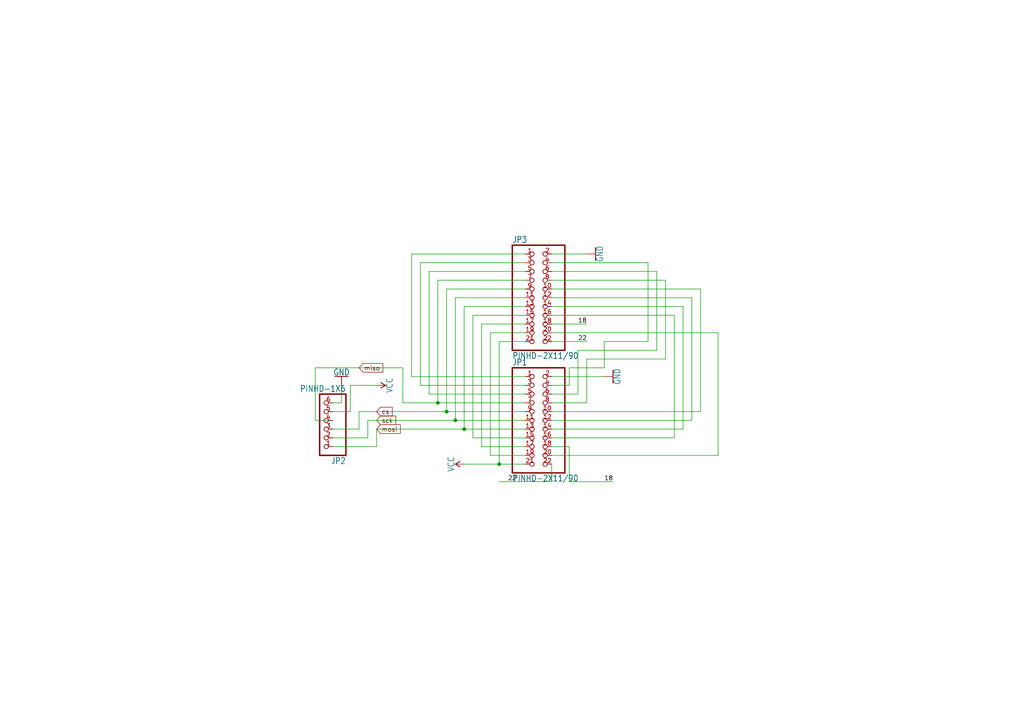
<source format=kicad_sch>
(kicad_sch (version 20231120) (generator "eeschema") (generator_version "8.0")
  (paper "A4")
  (lib_symbols
    (symbol "memory card-eagle-import:GND" (power)
      (symbol "GND_1_0"
        (polyline (pts (xy -1.905 0) (xy 1.905 0)) (stroke (width 0.254)))
        (pin power_in line (at 0 2.54 270) (length 2.54) (name "GND") (number "1"))
      )
    )
    (symbol "memory card-eagle-import:PINHD-1X6"
      (property "Reference" "JP" (at -6.35 10.795 0))
      (symbol "PINHD-1X6_1_0"
        (polyline (pts (xy -6.35 -7.62) (xy 1.27 -7.62)) (stroke (width 0.4064)))
        (polyline (pts (xy -6.35 10.16) (xy -6.35 -7.62)) (stroke (width 0.4064)))
        (polyline (pts (xy 1.27 -7.62) (xy 1.27 10.16)) (stroke (width 0.4064)))
        (polyline (pts (xy 1.27 10.16) (xy -6.35 10.16)) (stroke (width 0.4064)))
        (pin passive inverted (at -2.54 7.62 0) (length 2.54) (name "1") (number "1"))
        (pin passive inverted (at -2.54 5.08 0) (length 2.54) (name "2") (number "2"))
        (pin passive inverted (at -2.54 2.54 0) (length 2.54) (name "3") (number "3"))
        (pin passive inverted (at -2.54 0 0) (length 2.54) (name "4") (number "4"))
        (pin passive inverted (at -2.54 -2.54 0) (length 2.54) (name "5") (number "5"))
        (pin passive inverted (at -2.54 -5.08 0) (length 2.54) (name "6") (number "6"))
      )
    )
    (symbol "memory card-eagle-import:PINHD-2X11/90"
      (property "Reference" "JP" (at -6.35 15.875 0))
      (symbol "PINHD-2X11/90_1_0"
        (polyline (pts (xy -6.35 -15.24) (xy 8.89 -15.24)) (stroke (width 0.4064)))
        (polyline (pts (xy -6.35 15.24) (xy -6.35 -15.24)) (stroke (width 0.4064)))
        (polyline (pts (xy 8.89 -15.24) (xy 8.89 15.24)) (stroke (width 0.4064)))
        (polyline (pts (xy 8.89 15.24) (xy -6.35 15.24)) (stroke (width 0.4064)))
        (pin passive inverted (at -2.54 12.7 0) (length 2.54) (name "1") (number "1"))
        (pin passive inverted (at 5.08 2.54 180) (length 2.54) (name "10") (number "10"))
        (pin passive inverted (at -2.54 0 0) (length 2.54) (name "11") (number "11"))
        (pin passive inverted (at 5.08 0 180) (length 2.54) (name "12") (number "12"))
        (pin passive inverted (at -2.54 -2.54 0) (length 2.54) (name "13") (number "13"))
        (pin passive inverted (at 5.08 -2.54 180) (length 2.54) (name "14") (number "14"))
        (pin passive inverted (at -2.54 -5.08 0) (length 2.54) (name "15") (number "15"))
        (pin passive inverted (at 5.08 -5.08 180) (length 2.54) (name "16") (number "16"))
        (pin passive inverted (at -2.54 -7.62 0) (length 2.54) (name "17") (number "17"))
        (pin passive inverted (at 5.08 -7.62 180) (length 2.54) (name "18") (number "18"))
        (pin passive inverted (at -2.54 -10.16 0) (length 2.54) (name "19") (number "19"))
        (pin passive inverted (at 5.08 12.7 180) (length 2.54) (name "2") (number "2"))
        (pin passive inverted (at 5.08 -10.16 180) (length 2.54) (name "20") (number "20"))
        (pin passive inverted (at -2.54 -12.7 0) (length 2.54) (name "21") (number "21"))
        (pin passive inverted (at 5.08 -12.7 180) (length 2.54) (name "22") (number "22"))
        (pin passive inverted (at -2.54 10.16 0) (length 2.54) (name "3") (number "3"))
        (pin passive inverted (at 5.08 10.16 180) (length 2.54) (name "4") (number "4"))
        (pin passive inverted (at -2.54 7.62 0) (length 2.54) (name "5") (number "5"))
        (pin passive inverted (at 5.08 7.62 180) (length 2.54) (name "6") (number "6"))
        (pin passive inverted (at -2.54 5.08 0) (length 2.54) (name "7") (number "7"))
        (pin passive inverted (at 5.08 5.08 180) (length 2.54) (name "8") (number "8"))
        (pin passive inverted (at -2.54 2.54 0) (length 2.54) (name "9") (number "9"))
      )
    )
    (symbol "memory card-eagle-import:VCC" (power)
      (symbol "VCC_1_0"
        (polyline (pts (xy 0 2.54) (xy -0.762 1.27)) (stroke (width 0.254)))
        (polyline (pts (xy 0.762 1.27) (xy 0 2.54)) (stroke (width 0.254)))
        (pin power_in line (at 0 0 90) (length 2.54) (name "VCC") (number "1"))
      )
    )
  )
  (junction (at 144.78 134.62))
  (junction (at 127 116.84))
  (junction (at 134.62 124.46))
  (junction (at 129.54 119.38))
  (junction (at 132.08 121.92))
  (wire (pts (xy 200.66 119.38) (xy 200.66 121.92)) (stroke (width 0.1524)))
  (wire (pts (xy 144.78 134.62) (xy 134.62 134.62)) (stroke (width 0.1524)))
  (wire (pts (xy 119.38 109.22) (xy 152.4 109.22)) (stroke (width 0.1524)))
  (wire (pts (xy 99.06 116.84) (xy 99.06 111.76)) (stroke (width 0.1524)))
  (wire (pts (xy 142.24 132.08) (xy 152.4 132.08)) (stroke (width 0.1524)))
  (wire (pts (xy 195.58 127) (xy 160.02 127)) (stroke (width 0.1524)))
  (wire (pts (xy 121.92 111.76) (xy 121.92 76.2)) (stroke (width 0.1524)))
  (wire (pts (xy 165.1 129.54) (xy 165.1 139.7)) (stroke (width 0.1524)))
  (wire (pts (xy 167.64 114.3) (xy 160.02 114.3)) (stroke (width 0.1524)))
  (wire (pts (xy 109.22 124.46) (xy 109.22 129.54)) (stroke (width 0.1524)))
  (wire (pts (xy 167.64 101.6) (xy 167.64 114.3)) (stroke (width 0.1524)))
  (wire (pts (xy 160.02 124.46) (xy 198.12 124.46)) (stroke (width 0.1524)))
  (wire (pts (xy 160.02 99.06) (xy 170.18 99.06)) (stroke (width 0.1524)))
  (wire (pts (xy 109.22 129.54) (xy 96.52 129.54)) (stroke (width 0.1524)))
  (wire (pts (xy 119.38 73.66) (xy 119.38 109.22)) (stroke (width 0.1524)))
  (wire (pts (xy 106.68 121.92) (xy 106.68 127)) (stroke (width 0.1524)))
  (wire (pts (xy 175.26 106.68) (xy 175.26 99.06)) (stroke (width 0.1524)))
  (wire (pts (xy 127 81.28) (xy 152.4 81.28)) (stroke (width 0.1524)))
  (wire (pts (xy 190.5 101.6) (xy 167.64 101.6)) (stroke (width 0.1524)))
  (wire (pts (xy 200.66 121.92) (xy 160.02 121.92)) (stroke (width 0.1524)))
  (wire (pts (xy 152.4 134.62) (xy 144.78 134.62)) (stroke (width 0.1524)))
  (wire (pts (xy 132.08 121.92) (xy 106.68 121.92)) (stroke (width 0.1524)))
  (wire (pts (xy 91.44 106.68) (xy 116.84 106.68)) (stroke (width 0.1524)))
  (wire (pts (xy 193.04 81.28) (xy 160.02 81.28)) (stroke (width 0.1524)))
  (wire (pts (xy 134.62 124.46) (xy 109.22 124.46)) (stroke (width 0.1524)))
  (wire (pts (xy 139.7 129.54) (xy 152.4 129.54)) (stroke (width 0.1524)))
  (wire (pts (xy 144.78 99.06) (xy 152.4 99.06)) (stroke (width 0.1524)))
  (wire (pts (xy 170.18 104.14) (xy 193.04 104.14)) (stroke (width 0.1524)))
  (wire (pts (xy 152.4 78.74) (xy 124.46 78.74)) (stroke (width 0.1524)))
  (wire (pts (xy 160.02 116.84) (xy 170.18 116.84)) (stroke (width 0.1524)))
  (wire (pts (xy 127 116.84) (xy 127 81.28)) (stroke (width 0.1524)))
  (wire (pts (xy 160.02 73.66) (xy 170.18 73.66)) (stroke (width 0.1524)))
  (wire (pts (xy 160.02 139.7) (xy 144.78 139.7)) (stroke (width 0.1524)))
  (wire (pts (xy 116.84 106.68) (xy 116.84 116.84)) (stroke (width 0.1524)))
  (wire (pts (xy 165.1 106.68) (xy 175.26 106.68)) (stroke (width 0.1524)))
  (wire (pts (xy 200.66 86.36) (xy 200.66 119.38)) (stroke (width 0.1524)))
  (wire (pts (xy 101.6 111.76) (xy 109.22 111.76)) (stroke (width 0.1524)))
  (wire (pts (xy 96.52 119.38) (xy 101.6 119.38)) (stroke (width 0.1524)))
  (wire (pts (xy 160.02 129.54) (xy 165.1 129.54)) (stroke (width 0.1524)))
  (wire (pts (xy 124.46 78.74) (xy 124.46 114.3)) (stroke (width 0.1524)))
  (wire (pts (xy 198.12 124.46) (xy 198.12 88.9)) (stroke (width 0.1524)))
  (wire (pts (xy 195.58 91.44) (xy 195.58 127)) (stroke (width 0.1524)))
  (wire (pts (xy 139.7 93.98) (xy 139.7 129.54)) (stroke (width 0.1524)))
  (wire (pts (xy 116.84 116.84) (xy 127 116.84)) (stroke (width 0.1524)))
  (wire (pts (xy 152.4 96.52) (xy 142.24 96.52)) (stroke (width 0.1524)))
  (wire (pts (xy 101.6 119.38) (xy 101.6 111.76)) (stroke (width 0.1524)))
  (wire (pts (xy 142.24 96.52) (xy 142.24 132.08)) (stroke (width 0.1524)))
  (wire (pts (xy 144.78 99.06) (xy 144.78 134.62)) (stroke (width 0.1524)))
  (wire (pts (xy 104.14 124.46) (xy 104.14 119.38)) (stroke (width 0.1524)))
  (wire (pts (xy 152.4 88.9) (xy 134.62 88.9)) (stroke (width 0.1524)))
  (wire (pts (xy 152.4 91.44) (xy 137.16 91.44)) (stroke (width 0.1524)))
  (wire (pts (xy 190.5 78.74) (xy 190.5 101.6)) (stroke (width 0.1524)))
  (wire (pts (xy 160.02 119.38) (xy 203.2 119.38)) (stroke (width 0.1524)))
  (wire (pts (xy 160.02 109.22) (xy 175.26 109.22)) (stroke (width 0.1524)))
  (wire (pts (xy 203.2 119.38) (xy 203.2 83.82)) (stroke (width 0.1524)))
  (wire (pts (xy 106.68 127) (xy 96.52 127)) (stroke (width 0.1524)))
  (wire (pts (xy 187.96 99.06) (xy 187.96 76.2)) (stroke (width 0.1524)))
  (wire (pts (xy 193.04 104.14) (xy 193.04 81.28)) (stroke (width 0.1524)))
  (wire (pts (xy 170.18 116.84) (xy 170.18 104.14)) (stroke (width 0.1524)))
  (wire (pts (xy 152.4 73.66) (xy 119.38 73.66)) (stroke (width 0.1524)))
  (wire (pts (xy 134.62 124.46) (xy 152.4 124.46)) (stroke (width 0.1524)))
  (wire (pts (xy 160.02 96.52) (xy 208.28 96.52)) (stroke (width 0.1524)))
  (wire (pts (xy 198.12 88.9) (xy 160.02 88.9)) (stroke (width 0.1524)))
  (wire (pts (xy 104.14 119.38) (xy 129.54 119.38)) (stroke (width 0.1524)))
  (wire (pts (xy 160.02 86.36) (xy 200.66 86.36)) (stroke (width 0.1524)))
  (wire (pts (xy 137.16 91.44) (xy 137.16 127)) (stroke (width 0.1524)))
  (wire (pts (xy 160.02 93.98) (xy 170.18 93.98)) (stroke (width 0.1524)))
  (wire (pts (xy 160.02 91.44) (xy 195.58 91.44)) (stroke (width 0.1524)))
  (wire (pts (xy 91.44 121.92) (xy 91.44 106.68)) (stroke (width 0.1524)))
  (wire (pts (xy 165.1 139.7) (xy 177.8 139.7)) (stroke (width 0.1524)))
  (wire (pts (xy 165.1 111.76) (xy 165.1 106.68)) (stroke (width 0.1524)))
  (wire (pts (xy 121.92 76.2) (xy 152.4 76.2)) (stroke (width 0.1524)))
  (wire (pts (xy 160.02 132.08) (xy 208.28 132.08)) (stroke (width 0.1524)))
  (wire (pts (xy 132.08 86.36) (xy 152.4 86.36)) (stroke (width 0.1524)))
  (wire (pts (xy 160.02 111.76) (xy 165.1 111.76)) (stroke (width 0.1524)))
  (wire (pts (xy 134.62 88.9) (xy 134.62 124.46)) (stroke (width 0.1524)))
  (wire (pts (xy 187.96 76.2) (xy 160.02 76.2)) (stroke (width 0.1524)))
  (wire (pts (xy 129.54 83.82) (xy 129.54 119.38)) (stroke (width 0.1524)))
  (wire (pts (xy 175.26 99.06) (xy 187.96 99.06)) (stroke (width 0.1524)))
  (wire (pts (xy 129.54 119.38) (xy 152.4 119.38)) (stroke (width 0.1524)))
  (wire (pts (xy 203.2 83.82) (xy 160.02 83.82)) (stroke (width 0.1524)))
  (wire (pts (xy 208.28 96.52) (xy 208.28 132.08)) (stroke (width 0.1524)))
  (wire (pts (xy 152.4 93.98) (xy 139.7 93.98)) (stroke (width 0.1524)))
  (wire (pts (xy 152.4 111.76) (xy 121.92 111.76)) (stroke (width 0.1524)))
  (wire (pts (xy 96.52 124.46) (xy 104.14 124.46)) (stroke (width 0.1524)))
  (wire (pts (xy 152.4 116.84) (xy 127 116.84)) (stroke (width 0.1524)))
  (wire (pts (xy 124.46 114.3) (xy 152.4 114.3)) (stroke (width 0.1524)))
  (wire (pts (xy 96.52 121.92) (xy 91.44 121.92)) (stroke (width 0.1524)))
  (wire (pts (xy 132.08 121.92) (xy 132.08 86.36)) (stroke (width 0.1524)))
  (wire (pts (xy 160.02 78.74) (xy 190.5 78.74)) (stroke (width 0.1524)))
  (wire (pts (xy 160.02 134.62) (xy 160.02 139.7)) (stroke (width 0.1524)))
  (wire (pts (xy 137.16 127) (xy 152.4 127)) (stroke (width 0.1524)))
  (wire (pts (xy 96.52 116.84) (xy 99.06 116.84)) (stroke (width 0.1524)))
  (wire (pts (xy 152.4 121.92) (xy 132.08 121.92)) (stroke (width 0.1524)))
  (wire (pts (xy 152.4 83.82) (xy 129.54 83.82)) (stroke (width 0.1524)))
  (label "22" (at 167.64 99.06 0) (effects (font (size 1.2446 1.2446))))
  (label "18" (at 175.26 139.7 0) (effects (font (size 1.2446 1.2446))))
  (label "18" (at 167.64 93.98 0) (effects (font (size 1.2446 1.2446))))
  (label "22" (at 147.32 139.7 0) (effects (font (size 1.2446 1.2446))))
  (global_label "miso" (shape input) (at 104.14 106.68 0) (property "Intersheetrefs" "${INTERSHEET_REFS}" (effects (hide yes))))
  (global_label "cs" (shape input) (at 109.22 119.38 0) (property "Intersheetrefs" "${INTERSHEET_REFS}" (effects (hide yes))))
  (global_label "sck" (shape input) (at 109.22 121.92 0) (property "Intersheetrefs" "${INTERSHEET_REFS}" (effects (hide yes))))
  (global_label "mosi" (shape input) (at 109.22 124.46 0) (property "Intersheetrefs" "${INTERSHEET_REFS}" (effects (hide yes))))
  (symbol (lib_id "memory card-eagle-import:GND") (at 177.8 109.22 90) (unit 1)
    (property "Reference" "#GND1" (effects (hide yes)))
    (property "Value" "GND" (at 178.054 109.22 0) (effects (font (size 1.778 1.5113)) (justify top)))
  )
  (symbol (lib_id "memory card-eagle-import:GND") (at 172.72 73.66 90) (unit 1)
    (property "Reference" "#GND4" (effects (hide yes)))
    (property "Value" "GND" (at 172.974 73.66 0) (effects (font (size 1.778 1.5113)) (justify top)))
  )
  (symbol (lib_id "memory card-eagle-import:VCC") (at 109.22 111.76 270) (unit 1)
    (property "Reference" "#SUPPLY3" (effects (hide yes)))
    (property "Value" "VCC" (at 112.014 111.76 0) (effects (font (size 1.778 1.5113)) (justify bottom)))
  )
  (symbol (lib_id "memory card-eagle-import:PINHD-1X6") (at 93.98 121.92 180) (unit 1)
    (property "Reference" "JP2" (at 100.33 132.715 0) (effects (font (size 1.778 1.5113)) (justify left bottom)))
    (property "Value" "PINHD-1X6" (at 100.33 111.76 0) (effects (font (size 1.778 1.5113)) (justify left bottom)))
    (property "Footprint" "memory card:1X06" (effects (hide yes)))
  )
  (symbol (lib_id "memory card-eagle-import:PINHD-2X11/90") (at 154.94 121.92 0) (unit 1)
    (property "Reference" "JP1" (at 148.59 106.045 0) (effects (font (size 1.778 1.5113)) (justify left bottom)))
    (property "Value" "PINHD-2X11/90" (at 148.59 139.7 0) (effects (font (size 1.778 1.5113)) (justify left bottom)))
    (property "Footprint" "memory card:2X11_90" (effects (hide yes)))
  )
  (symbol (lib_id "memory card-eagle-import:VCC") (at 134.62 134.62 90) (unit 1)
    (property "Reference" "#SUPPLY1" (effects (hide yes)))
    (property "Value" "VCC" (at 131.826 134.62 0) (effects (font (size 1.778 1.5113)) (justify bottom)))
  )
  (symbol (lib_id "memory card-eagle-import:PINHD-2X11/90") (at 154.94 86.36 0) (unit 1)
    (property "Reference" "JP3" (at 148.59 70.485 0) (effects (font (size 1.778 1.5113)) (justify left bottom)))
    (property "Value" "PINHD-2X11/90" (at 148.59 104.14 0) (effects (font (size 1.778 1.5113)) (justify left bottom)))
    (property "Footprint" "memory card:2X11_90" (effects (hide yes)))
  )
  (symbol (lib_id "memory card-eagle-import:GND") (at 99.06 109.22 180) (unit 1)
    (property "Reference" "#GND3" (effects (hide yes)))
    (property "Value" "GND" (at 99.06 108.966 0) (effects (font (size 1.778 1.5113)) (justify top)))
  )
)
</source>
